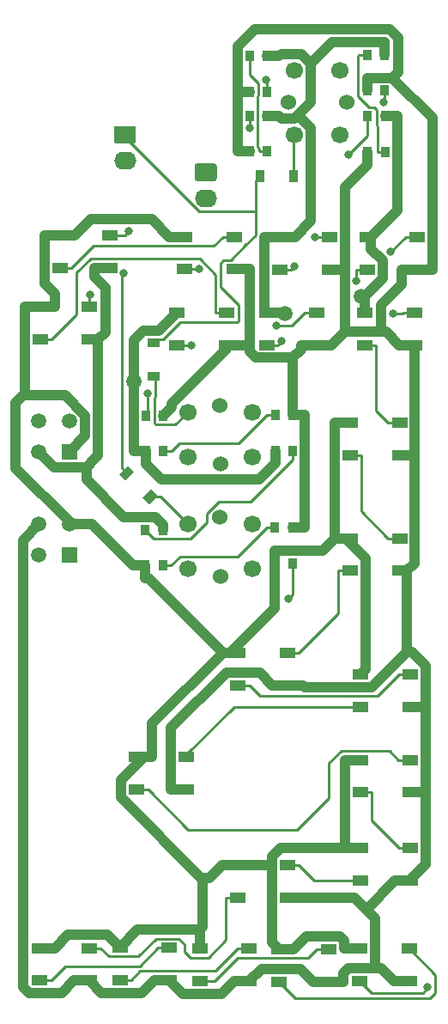
<source format=gbr>
G04 #@! TF.GenerationSoftware,KiCad,Pcbnew,(5.1.6)-1*
G04 #@! TF.CreationDate,2020-11-25T12:38:54+11:00*
G04 #@! TF.ProjectId,MasterModePushbutton,4d617374-6572-44d6-9f64-655075736862,rev?*
G04 #@! TF.SameCoordinates,Original*
G04 #@! TF.FileFunction,Copper,L1,Top*
G04 #@! TF.FilePolarity,Positive*
%FSLAX46Y46*%
G04 Gerber Fmt 4.6, Leading zero omitted, Abs format (unit mm)*
G04 Created by KiCad (PCBNEW (5.1.6)-1) date 2020-11-25 12:38:54*
%MOMM*%
%LPD*%
G01*
G04 APERTURE LIST*
G04 #@! TA.AperFunction,SMDPad,CuDef*
%ADD10R,1.200000X0.900000*%
G04 #@! TD*
G04 #@! TA.AperFunction,SMDPad,CuDef*
%ADD11R,0.900000X1.200000*%
G04 #@! TD*
G04 #@! TA.AperFunction,SMDPad,CuDef*
%ADD12C,0.100000*%
G04 #@! TD*
G04 #@! TA.AperFunction,SMDPad,CuDef*
%ADD13R,0.850000X1.000000*%
G04 #@! TD*
G04 #@! TA.AperFunction,ComponentPad*
%ADD14C,1.520000*%
G04 #@! TD*
G04 #@! TA.AperFunction,ComponentPad*
%ADD15R,1.520000X1.520000*%
G04 #@! TD*
G04 #@! TA.AperFunction,SMDPad,CuDef*
%ADD16R,1.500000X1.000000*%
G04 #@! TD*
G04 #@! TA.AperFunction,ComponentPad*
%ADD17C,1.524000*%
G04 #@! TD*
G04 #@! TA.AperFunction,ComponentPad*
%ADD18C,1.700000*%
G04 #@! TD*
G04 #@! TA.AperFunction,ComponentPad*
%ADD19O,2.190000X1.740000*%
G04 #@! TD*
G04 #@! TA.AperFunction,ViaPad*
%ADD20C,0.800000*%
G04 #@! TD*
G04 #@! TA.AperFunction,ViaPad*
%ADD21C,1.500000*%
G04 #@! TD*
G04 #@! TA.AperFunction,Conductor*
%ADD22C,0.250000*%
G04 #@! TD*
G04 #@! TA.AperFunction,Conductor*
%ADD23C,1.000000*%
G04 #@! TD*
G04 #@! TA.AperFunction,Conductor*
%ADD24C,0.849800*%
G04 #@! TD*
G04 APERTURE END LIST*
D10*
X214789520Y-86998980D03*
X214789520Y-90298980D03*
D11*
X225296960Y-70524540D03*
X228596960Y-70524540D03*
G04 #@! TA.AperFunction,SMDPad,CuDef*
D12*
G36*
X212869196Y-99688568D02*
G01*
X212020668Y-100537096D01*
X211384272Y-99900700D01*
X212232800Y-99052172D01*
X212869196Y-99688568D01*
G37*
G04 #@! TD.AperFunction*
G04 #@! TA.AperFunction,SMDPad,CuDef*
G36*
X215202648Y-102022020D02*
G01*
X214354120Y-102870548D01*
X213717724Y-102234152D01*
X214566252Y-101385624D01*
X215202648Y-102022020D01*
G37*
G04 #@! TD.AperFunction*
D13*
X228516000Y-105198000D03*
X228516000Y-108698000D03*
X226766000Y-105198000D03*
X226766000Y-108698000D03*
X215689000Y-105427000D03*
X215689000Y-108927000D03*
X213939000Y-105427000D03*
X213939000Y-108927000D03*
X228538000Y-94103500D03*
X228538000Y-97603500D03*
X226788000Y-94103500D03*
X226788000Y-97603500D03*
X215737000Y-94179700D03*
X215737000Y-97679700D03*
X213987000Y-94179700D03*
X213987000Y-97679700D03*
D14*
X203468001Y-94705101D03*
X203468001Y-97705100D03*
X206468000Y-94705101D03*
D15*
X206468000Y-97705100D03*
D14*
X203471001Y-104865001D03*
X203471001Y-107865000D03*
X206471000Y-104865001D03*
D15*
X206471000Y-107865000D03*
D13*
X235910000Y-68159700D03*
X235910000Y-64659700D03*
X237660000Y-68159700D03*
X237660000Y-64659700D03*
X235845000Y-62117100D03*
X235845000Y-58617100D03*
X237595000Y-62117100D03*
X237595000Y-58617100D03*
X224251000Y-68108900D03*
X224251000Y-64608900D03*
X226001000Y-68108900D03*
X226001000Y-64608900D03*
X224251000Y-62221300D03*
X224251000Y-58721300D03*
X226001000Y-62221300D03*
X226001000Y-58721300D03*
D16*
X235108000Y-146702000D03*
X235108000Y-149902000D03*
X240008000Y-146702000D03*
X240008000Y-149902000D03*
X227121000Y-146727000D03*
X227121000Y-149927000D03*
X232021000Y-146727000D03*
X232021000Y-149927000D03*
X219321000Y-146676000D03*
X219321000Y-149876000D03*
X224221000Y-146676000D03*
X224221000Y-149876000D03*
X211447000Y-146575000D03*
X211447000Y-149775000D03*
X216347000Y-146575000D03*
X216347000Y-149775000D03*
D17*
X221367000Y-109973000D03*
X221327000Y-104182000D03*
D18*
X224502000Y-109262000D03*
X218152000Y-109262000D03*
X224502000Y-104817000D03*
X218152000Y-104817000D03*
D17*
X221367000Y-98949500D03*
X221327000Y-93158500D03*
D18*
X224502000Y-98238500D03*
X218152000Y-98238500D03*
X224502000Y-93793500D03*
X218152000Y-93793500D03*
D17*
X233850000Y-63262700D03*
X228059000Y-63302700D03*
D18*
X233139000Y-60127700D03*
X233139000Y-66477700D03*
X228694000Y-60127700D03*
X228694000Y-66477700D03*
D19*
X219930000Y-72711500D03*
G04 #@! TA.AperFunction,ComponentPad*
G36*
G01*
X219084999Y-69301500D02*
X220775001Y-69301500D01*
G75*
G02*
X221025000Y-69551499I0J-249999D01*
G01*
X221025000Y-70791501D01*
G75*
G02*
X220775001Y-71041500I-249999J0D01*
G01*
X219084999Y-71041500D01*
G75*
G02*
X218835000Y-70791501I0J249999D01*
G01*
X218835000Y-69551499D01*
G75*
G02*
X219084999Y-69301500I249999J0D01*
G01*
G37*
G04 #@! TD.AperFunction*
X211955000Y-69003100D03*
G04 #@! TA.AperFunction,ComponentPad*
G36*
G01*
X211109999Y-65593100D02*
X212800001Y-65593100D01*
G75*
G02*
X213050000Y-65843099I0J-249999D01*
G01*
X213050000Y-67083101D01*
G75*
G02*
X212800001Y-67333100I-249999J0D01*
G01*
X211109999Y-67333100D01*
G75*
G02*
X210860000Y-67083101I0J249999D01*
G01*
X210860000Y-65843099D01*
G75*
G02*
X211109999Y-65593100I249999J0D01*
G01*
G37*
G04 #@! TD.AperFunction*
D16*
X203550000Y-146625000D03*
X203550000Y-149825000D03*
X208450000Y-146625000D03*
X208450000Y-149825000D03*
X223068000Y-138472000D03*
X223068000Y-141672000D03*
X227968000Y-138472000D03*
X227968000Y-141672000D03*
X235221000Y-136770000D03*
X235221000Y-139970000D03*
X240121000Y-136770000D03*
X240121000Y-139970000D03*
X235170000Y-128083000D03*
X235170000Y-131283000D03*
X240070000Y-128083000D03*
X240070000Y-131283000D03*
X213123000Y-127779000D03*
X213123000Y-130979000D03*
X218023000Y-127779000D03*
X218023000Y-130979000D03*
X235221000Y-119651000D03*
X235221000Y-122851000D03*
X240121000Y-119651000D03*
X240121000Y-122851000D03*
X223108000Y-117517000D03*
X223108000Y-120717000D03*
X228008000Y-117517000D03*
X228008000Y-120717000D03*
X234154000Y-106239000D03*
X234154000Y-109439000D03*
X239054000Y-106239000D03*
X239054000Y-109439000D03*
X234154000Y-94860300D03*
X234154000Y-98060300D03*
X239054000Y-94860300D03*
X239054000Y-98060300D03*
X235616000Y-84014700D03*
X235616000Y-87214700D03*
X240516000Y-84014700D03*
X240516000Y-87214700D03*
X225952000Y-83989100D03*
X225952000Y-87189100D03*
X230852000Y-83989100D03*
X230852000Y-87189100D03*
X217113000Y-84014700D03*
X217113000Y-87214700D03*
X222013000Y-84014700D03*
X222013000Y-87214700D03*
X203573000Y-83430300D03*
X203573000Y-86630300D03*
X208473000Y-83430300D03*
X208473000Y-86630300D03*
X235870000Y-76547100D03*
X235870000Y-79747100D03*
X240770000Y-76547100D03*
X240770000Y-79747100D03*
X227234000Y-76547100D03*
X227234000Y-79747100D03*
X232134000Y-76547100D03*
X232134000Y-79747100D03*
X217836000Y-76521500D03*
X217836000Y-79721500D03*
X222736000Y-76521500D03*
X222736000Y-79721500D03*
X205542000Y-76394700D03*
X205542000Y-79594700D03*
X210442000Y-76394700D03*
X210442000Y-79594700D03*
D20*
X230683400Y-76593800D03*
X219258000Y-79721500D03*
X238141500Y-77995800D03*
X228661000Y-79445400D03*
X208538000Y-82258300D03*
X234814300Y-80878800D03*
X226929300Y-85289800D03*
X218521900Y-87214700D03*
X238422000Y-84098000D03*
X227370500Y-86815200D03*
X237464900Y-63272000D03*
X224251100Y-65771100D03*
X233995300Y-68458200D03*
X212350400Y-76001100D03*
X211856400Y-80081900D03*
X228087690Y-112171650D03*
X225873000Y-61067100D03*
D21*
X235301700Y-82396700D03*
X212811700Y-90814700D03*
X227758800Y-84133100D03*
D20*
X241827820Y-150486280D03*
X214174840Y-91967220D03*
D22*
X222736000Y-76521500D02*
X221610700Y-76521500D01*
X205542000Y-79594700D02*
X206667300Y-79594700D01*
X206667300Y-79594700D02*
X208865200Y-77396800D01*
X208865200Y-77396800D02*
X220735400Y-77396800D01*
X220735400Y-77396800D02*
X221610700Y-76521500D01*
X217836000Y-79721500D02*
X219258000Y-79721500D01*
X230683400Y-76593800D02*
X230962000Y-76593800D01*
X230962000Y-76593800D02*
X231008700Y-76547100D01*
X232134000Y-76547100D02*
X231008700Y-76547100D01*
X228359300Y-79747100D02*
X228661000Y-79445400D01*
X239644700Y-76547100D02*
X238196000Y-77995800D01*
X238196000Y-77995800D02*
X238141500Y-77995800D01*
X227234000Y-79747100D02*
X228359300Y-79747100D01*
X240770000Y-76547100D02*
X239644700Y-76547100D01*
X234744700Y-79747100D02*
X234744700Y-80809200D01*
X234744700Y-80809200D02*
X234814300Y-80878800D01*
X235870000Y-79747100D02*
X234744700Y-79747100D01*
X208473000Y-83430300D02*
X208473000Y-82323300D01*
X208473000Y-82323300D02*
X208538000Y-82258300D01*
X222013000Y-84014700D02*
X220887700Y-84014700D01*
X203573000Y-86630300D02*
X204698300Y-86630300D01*
X204698300Y-86630300D02*
X207189900Y-84138700D01*
X207189900Y-84138700D02*
X207189900Y-80067300D01*
X207189900Y-80067300D02*
X208569300Y-78687900D01*
X208569300Y-78687900D02*
X219326100Y-78687900D01*
X219326100Y-78687900D02*
X220887700Y-80249500D01*
X220887700Y-80249500D02*
X220887700Y-84014700D01*
X217113000Y-87214700D02*
X218521900Y-87214700D01*
X229726700Y-83989100D02*
X228426000Y-85289800D01*
X228426000Y-85289800D02*
X226929300Y-85289800D01*
X230852000Y-83989100D02*
X229726700Y-83989100D01*
X225952000Y-87189100D02*
X227077300Y-87189100D01*
X240516000Y-84014700D02*
X239390700Y-84014700D01*
X238422000Y-84098000D02*
X239307400Y-84098000D01*
X239307400Y-84098000D02*
X239390700Y-84014700D01*
X227077300Y-87189100D02*
X227077300Y-87108400D01*
X227077300Y-87108400D02*
X227370500Y-86815200D01*
X239054000Y-94860300D02*
X237928700Y-94860300D01*
X235616000Y-87214700D02*
X236741300Y-87214700D01*
X236741300Y-87214700D02*
X236741300Y-93672900D01*
X236741300Y-93672900D02*
X237928700Y-94860300D01*
X239054000Y-106239000D02*
X237928700Y-106239000D01*
X234154000Y-98060300D02*
X235279300Y-98060300D01*
X235279300Y-98060300D02*
X235279300Y-103589600D01*
X235279300Y-103589600D02*
X237928700Y-106239000D01*
X228008000Y-117517000D02*
X229133300Y-117517000D01*
X234154000Y-109439000D02*
X233028700Y-109439000D01*
X233028700Y-109439000D02*
X233028700Y-113621600D01*
X233028700Y-113621600D02*
X229133300Y-117517000D01*
X240121000Y-119651000D02*
X238995700Y-119651000D01*
X223108000Y-120717000D02*
X224233300Y-120717000D01*
X224233300Y-120717000D02*
X225293100Y-121776800D01*
X225293100Y-121776800D02*
X236869900Y-121776800D01*
X236869900Y-121776800D02*
X238995700Y-119651000D01*
X235221000Y-122851000D02*
X222736400Y-122851000D01*
X222736400Y-122851000D02*
X218023000Y-127564400D01*
X218023000Y-127564400D02*
X218023000Y-127779000D01*
X240070000Y-128083000D02*
X238944700Y-128083000D01*
X213123000Y-130979000D02*
X214248300Y-130979000D01*
X214248300Y-130979000D02*
X218214200Y-134944900D01*
X218214200Y-134944900D02*
X228964600Y-134944900D01*
X228964600Y-134944900D02*
X232100400Y-131809100D01*
X232100400Y-131809100D02*
X232100400Y-128405600D01*
X232100400Y-128405600D02*
X233298300Y-127207700D01*
X233298300Y-127207700D02*
X238069400Y-127207700D01*
X238069400Y-127207700D02*
X238944700Y-128083000D01*
X240121000Y-136770000D02*
X238995700Y-136770000D01*
X235170000Y-131283000D02*
X236295300Y-131283000D01*
X236295300Y-131283000D02*
X236295300Y-134069600D01*
X236295300Y-134069600D02*
X238995700Y-136770000D01*
X227968000Y-138472000D02*
X229093300Y-138472000D01*
X235221000Y-139970000D02*
X230591300Y-139970000D01*
X230591300Y-139970000D02*
X229093300Y-138472000D01*
X208450000Y-146625000D02*
X209575300Y-146625000D01*
X223068000Y-141672000D02*
X221942700Y-141672000D01*
X221942700Y-141672000D02*
X221942700Y-145840600D01*
X221942700Y-145840600D02*
X220231900Y-147551400D01*
X220231900Y-147551400D02*
X218415700Y-147551400D01*
X218415700Y-147551400D02*
X217834000Y-146969700D01*
X217834000Y-146969700D02*
X217834000Y-146255200D01*
X217834000Y-146255200D02*
X217278400Y-145699600D01*
X217278400Y-145699600D02*
X215033300Y-145699600D01*
X215033300Y-145699600D02*
X213282500Y-147450400D01*
X213282500Y-147450400D02*
X210400700Y-147450400D01*
X210400700Y-147450400D02*
X209575300Y-146625000D01*
X216347000Y-146575000D02*
X215221700Y-146575000D01*
X203550000Y-149825000D02*
X204675300Y-149825000D01*
X204675300Y-149825000D02*
X206101000Y-148399300D01*
X206101000Y-148399300D02*
X213397400Y-148399300D01*
X213397400Y-148399300D02*
X215221700Y-146575000D01*
X224221000Y-146676000D02*
X223095700Y-146676000D01*
X211447000Y-149775000D02*
X212572300Y-149775000D01*
X212572300Y-149775000D02*
X213447600Y-148899700D01*
X213447600Y-148899700D02*
X220872000Y-148899700D01*
X220872000Y-148899700D02*
X223095700Y-146676000D01*
X232021000Y-146727000D02*
X230895700Y-146727000D01*
X219321000Y-149876000D02*
X220792700Y-149876000D01*
X220792700Y-149876000D02*
X223066400Y-147602300D01*
X223066400Y-147602300D02*
X230020400Y-147602300D01*
X230020400Y-147602300D02*
X230895700Y-146727000D01*
X228777220Y-151583220D02*
X227121000Y-149927000D01*
X242046600Y-151583220D02*
X228777220Y-151583220D01*
X242602821Y-151026999D02*
X242046600Y-151583220D01*
X242602821Y-149296821D02*
X242602821Y-151026999D01*
X240008000Y-146702000D02*
X242602821Y-149296821D01*
X225200700Y-68108900D02*
X225200700Y-67820700D01*
X225200700Y-67820700D02*
X225051400Y-67671400D01*
X225051400Y-67671400D02*
X225051400Y-62658900D01*
X225051400Y-62658900D02*
X225144600Y-62565700D01*
X225144600Y-62565700D02*
X225144600Y-61435200D01*
X225144600Y-61435200D02*
X224251000Y-60541600D01*
X224251000Y-60541600D02*
X224251000Y-58721300D01*
X226001000Y-68108900D02*
X225200700Y-68108900D01*
X224251000Y-65484200D02*
X224251100Y-65484200D01*
X224251100Y-65484200D02*
X224251100Y-65771100D01*
X224251000Y-64608900D02*
X224251000Y-65484200D01*
X237464900Y-63272000D02*
X237464900Y-63122500D01*
X237464900Y-63122500D02*
X237595000Y-62992400D01*
X237595000Y-62117100D02*
X237595000Y-62992400D01*
X233995300Y-68458200D02*
X235910000Y-66543500D01*
X235910000Y-66543500D02*
X235910000Y-64659700D01*
X210442000Y-76394700D02*
X211956800Y-76394700D01*
X211956800Y-76394700D02*
X212350400Y-76001100D01*
X211856400Y-80081900D02*
X211653600Y-80284700D01*
X211653600Y-80284700D02*
X211653600Y-99351980D01*
X211684080Y-99351980D02*
X212126734Y-99794634D01*
X211653600Y-99351980D02*
X211684080Y-99351980D01*
X215463086Y-102128086D02*
X214460186Y-102128086D01*
X218152000Y-104817000D02*
X215463086Y-102128086D01*
X224858690Y-70962810D02*
X225296960Y-70524540D01*
X223889380Y-77330160D02*
X224858690Y-76360850D01*
X223861400Y-77235600D02*
X223766840Y-77330160D01*
X223766840Y-77330160D02*
X223889380Y-77330160D01*
X224858690Y-74032890D02*
X224858690Y-70962810D01*
X224858690Y-76360850D02*
X224858690Y-74032890D01*
X211955000Y-66725300D02*
X219257200Y-74027500D01*
X211955000Y-66463100D02*
X211955000Y-66725300D01*
X224853300Y-74027500D02*
X224858690Y-74032890D01*
X219257200Y-74027500D02*
X224853300Y-74027500D01*
X222993342Y-84959360D02*
X217405790Y-84959360D01*
X223138001Y-84814701D02*
X222993342Y-84959360D01*
X223138001Y-83214699D02*
X223138001Y-84814701D01*
X221387710Y-79144788D02*
X221387710Y-81464408D01*
X223889380Y-77330160D02*
X222373041Y-78846499D01*
X222373041Y-78846499D02*
X221685999Y-78846499D01*
X221685999Y-78846499D02*
X221387710Y-79144788D01*
X217405790Y-84959360D02*
X215691162Y-86673988D01*
X221387710Y-81464408D02*
X223138001Y-83214699D01*
X215114512Y-86673988D02*
X214789520Y-86998980D01*
X215691162Y-86673988D02*
X215114512Y-86673988D01*
X228694000Y-66477700D02*
X228719000Y-66502700D01*
X228596960Y-66574740D02*
X228694000Y-66477700D01*
X228596960Y-70524540D02*
X228596960Y-66574740D01*
X214949841Y-90459301D02*
X214789520Y-90298980D01*
X214861990Y-94904692D02*
X214861990Y-92427072D01*
X214949841Y-92339221D02*
X214949841Y-90459301D01*
X215011999Y-95054701D02*
X214861990Y-94904692D01*
X216890799Y-95054701D02*
X215011999Y-95054701D01*
X214861990Y-92427072D02*
X214949841Y-92339221D01*
X218152000Y-93793500D02*
X216890799Y-95054701D01*
X228516000Y-108698000D02*
X228516000Y-111743340D01*
X228516000Y-111743340D02*
X228087690Y-112171650D01*
X228087690Y-112171650D02*
X228086420Y-112172920D01*
X226001000Y-61346000D02*
X225873000Y-61218000D01*
X225873000Y-61218000D02*
X225873000Y-61067100D01*
X226001000Y-62221300D02*
X226001000Y-61346000D01*
X235044700Y-58617100D02*
X234941500Y-58720300D01*
X234941500Y-58720300D02*
X234941500Y-62672300D01*
X234941500Y-62672300D02*
X236050300Y-63781100D01*
X236050300Y-63781100D02*
X236553700Y-63781100D01*
X236553700Y-63781100D02*
X236784700Y-64012100D01*
X236784700Y-64012100D02*
X236784700Y-65574300D01*
X236784700Y-65574300D02*
X236859700Y-65649300D01*
X236859700Y-65649300D02*
X236859700Y-68159700D01*
X237660000Y-68159700D02*
X236859700Y-68159700D01*
X235845000Y-58617100D02*
X235044700Y-58617100D01*
D23*
X241621300Y-122851000D02*
X241621300Y-131232000D01*
X241621300Y-131232000D02*
X241570300Y-131283000D01*
X239804200Y-117423400D02*
X240258600Y-117423400D01*
X240258600Y-117423400D02*
X241621300Y-118786100D01*
X241621300Y-118786100D02*
X241621300Y-122851000D01*
X239804200Y-117423400D02*
X239804200Y-109439000D01*
X229508300Y-120717000D02*
X229692700Y-120901400D01*
X229692700Y-120901400D02*
X236326200Y-120901400D01*
X236326200Y-120901400D02*
X239804200Y-117423400D01*
X240121000Y-122851000D02*
X241621300Y-122851000D01*
X240070000Y-131283000D02*
X241570300Y-131283000D01*
X239996100Y-139970000D02*
X241621400Y-138344700D01*
X241621400Y-138344700D02*
X241621400Y-131334100D01*
X241621400Y-131334100D02*
X241570300Y-131283000D01*
X239996100Y-139970000D02*
X239871200Y-139970000D01*
X240121000Y-139970000D02*
X239996100Y-139970000D01*
X239683500Y-139970000D02*
X239871200Y-139970000D01*
X239683500Y-139970000D02*
X238620700Y-139970000D01*
X236622300Y-148635400D02*
X237241100Y-148635400D01*
X237241100Y-148635400D02*
X238507700Y-149902000D01*
X233521300Y-149927000D02*
X233521300Y-149145600D01*
X233521300Y-149145600D02*
X234031500Y-148635400D01*
X234031500Y-148635400D02*
X236622300Y-148635400D01*
X236622300Y-148635400D02*
X236622300Y-143719700D01*
X236622300Y-143719700D02*
X235746700Y-142844000D01*
X235746700Y-142844000D02*
X234574600Y-141672000D01*
X234574600Y-141672000D02*
X229468300Y-141672000D01*
X235746700Y-142844000D02*
X238620700Y-139970000D01*
X227968000Y-141672000D02*
X229468300Y-141672000D01*
X228008000Y-120717000D02*
X229508300Y-120717000D01*
X228008000Y-120717000D02*
X226507700Y-120717000D01*
X226507700Y-120717000D02*
X225257400Y-119466700D01*
X225257400Y-119466700D02*
X221992800Y-119466700D01*
X221992800Y-119466700D02*
X216522700Y-124936800D01*
X216522700Y-124936800D02*
X216522700Y-130979000D01*
X239804200Y-109439000D02*
X240554300Y-108688900D01*
X240554300Y-108688900D02*
X240554300Y-98060300D01*
X237264300Y-85907100D02*
X233634300Y-85907100D01*
X239015700Y-87214700D02*
X237708100Y-85907100D01*
X237708100Y-85907100D02*
X237264300Y-85907100D01*
X237264300Y-85907100D02*
X237264300Y-83252800D01*
X237264300Y-83252800D02*
X239269700Y-81247400D01*
X239269700Y-81247400D02*
X239269700Y-79747100D01*
X240770000Y-79747100D02*
X239269700Y-79747100D01*
X233634300Y-85907100D02*
X232352300Y-87189100D01*
X233634300Y-79747100D02*
X233634300Y-85907100D01*
X240516000Y-87214700D02*
X239015700Y-87214700D01*
X240554300Y-98060300D02*
X240554300Y-87253000D01*
X240554300Y-87253000D02*
X240516000Y-87214700D01*
X228516000Y-105198000D02*
X229691300Y-105198000D01*
X218023000Y-130979000D02*
X216522700Y-130979000D01*
X208450000Y-149825000D02*
X206949700Y-149825000D01*
X203471000Y-104865000D02*
X201905300Y-106430700D01*
X201905300Y-106430700D02*
X201905300Y-150503700D01*
X201905300Y-150503700D02*
X202476900Y-151075300D01*
X202476900Y-151075300D02*
X205699400Y-151075300D01*
X205699400Y-151075300D02*
X206949700Y-149825000D01*
X240770000Y-79747100D02*
X242270300Y-79747100D01*
X242270300Y-79747100D02*
X242270300Y-64778400D01*
X242270300Y-64778400D02*
X238358600Y-60866700D01*
X235845000Y-62117100D02*
X235845000Y-60866800D01*
X238358600Y-60866700D02*
X235845100Y-60866700D01*
X235845100Y-60866700D02*
X235845000Y-60866800D01*
X238358600Y-60866700D02*
X238884100Y-60341200D01*
X238884100Y-60341200D02*
X238884100Y-56881900D01*
X238884100Y-56881900D02*
X238100200Y-56098000D01*
X238100200Y-56098000D02*
X224778700Y-56098000D01*
X224778700Y-56098000D02*
X223075700Y-57801000D01*
X223075700Y-57801000D02*
X223075700Y-62221300D01*
X223075700Y-68108900D02*
X223075700Y-62221300D01*
X239054000Y-98060300D02*
X240554300Y-98060300D01*
X224251000Y-68108900D02*
X223075700Y-68108900D01*
X224251000Y-62221300D02*
X223075700Y-62221300D01*
X233634300Y-79747100D02*
X233634300Y-71685700D01*
X233634300Y-71685700D02*
X235910000Y-69410000D01*
X210442000Y-79594700D02*
X208941700Y-79594700D01*
X208941700Y-79594700D02*
X208941700Y-80454200D01*
X208941700Y-80454200D02*
X210023500Y-81536000D01*
X210023500Y-81536000D02*
X210023500Y-85932700D01*
X210023500Y-85932700D02*
X209325900Y-86630300D01*
X215689000Y-105183600D02*
X215689000Y-105427000D01*
X203468000Y-97705100D02*
X204978400Y-99215500D01*
X204978400Y-99215500D02*
X208156300Y-99215500D01*
X208156300Y-99215500D02*
X208938600Y-98433200D01*
X209325900Y-86630300D02*
X209325900Y-98045900D01*
X209325900Y-98045900D02*
X208938600Y-98433200D01*
X208473000Y-86630300D02*
X209325900Y-86630300D01*
X228538000Y-94103500D02*
X229713300Y-94103500D01*
X229713300Y-94103500D02*
X229713300Y-105176000D01*
X229713300Y-105176000D02*
X229691300Y-105198000D01*
X228538000Y-88439500D02*
X228538000Y-94103500D01*
X228538000Y-88439500D02*
X229351700Y-87625800D01*
X229351700Y-87625800D02*
X229351700Y-87189100D01*
X224236300Y-87214700D02*
X224236300Y-87819200D01*
X224236300Y-87819200D02*
X224856600Y-88439500D01*
X224856600Y-88439500D02*
X228538000Y-88439500D01*
X224236300Y-79721500D02*
X224236300Y-87214700D01*
X224236300Y-87214700D02*
X223513300Y-87214700D01*
X222013000Y-87214700D02*
X223513300Y-87214700D01*
X230852000Y-87189100D02*
X229351700Y-87189100D01*
X222013000Y-87214700D02*
X222013000Y-87530900D01*
X222013000Y-87530900D02*
X216575100Y-92968800D01*
X230852000Y-87189100D02*
X232352300Y-87189100D01*
X232021000Y-149927000D02*
X233521300Y-149927000D01*
X216347000Y-149775000D02*
X214846700Y-149775000D01*
X208450000Y-149825000D02*
X209650300Y-151025300D01*
X209650300Y-151025300D02*
X213596400Y-151025300D01*
X213596400Y-151025300D02*
X214846700Y-149775000D01*
X224221000Y-149876000D02*
X222720700Y-149876000D01*
X222720700Y-149876000D02*
X221470400Y-151126300D01*
X221470400Y-151126300D02*
X217698300Y-151126300D01*
X217698300Y-151126300D02*
X216347000Y-149775000D01*
X230520700Y-149927000D02*
X229270400Y-148676700D01*
X229270400Y-148676700D02*
X225420300Y-148676700D01*
X225420300Y-148676700D02*
X224221000Y-149876000D01*
X216551600Y-93341700D02*
X215737000Y-94156300D01*
X215737000Y-94156300D02*
X215737000Y-94179700D01*
D24*
X216575100Y-92968800D02*
X216575100Y-93318200D01*
X216575100Y-93318200D02*
X216551600Y-93341700D01*
D23*
X232021000Y-149927000D02*
X230520700Y-149927000D01*
X239054000Y-109439000D02*
X239804200Y-109439000D01*
X240008000Y-149902000D02*
X238507700Y-149902000D01*
X222736000Y-79721500D02*
X224236300Y-79721500D01*
X235910000Y-68159700D02*
X235910000Y-69410000D01*
X232134000Y-79747100D02*
X233634300Y-79747100D01*
X215689000Y-105427000D02*
X215689000Y-104901998D01*
X214964001Y-104176999D02*
X211868521Y-104176999D01*
X215689000Y-104901998D02*
X214964001Y-104176999D01*
X208156300Y-100464778D02*
X208156300Y-99215500D01*
X211868521Y-104176999D02*
X208156300Y-100464778D01*
X233716500Y-106239000D02*
X235701200Y-108223700D01*
X235701200Y-108223700D02*
X235701200Y-119170800D01*
X235701200Y-119170800D02*
X235221000Y-119651000D01*
X233716500Y-106239000D02*
X232653700Y-106239000D01*
X234154000Y-106239000D02*
X233716500Y-106239000D01*
X232653700Y-106239000D02*
X232653700Y-94860300D01*
X226766000Y-107447700D02*
X231445000Y-107447700D01*
X231445000Y-107447700D02*
X232653700Y-106239000D01*
X236246000Y-76547100D02*
X236246000Y-77727000D01*
X236246000Y-77727000D02*
X237385300Y-78866300D01*
X237385300Y-78866300D02*
X237385300Y-80613500D01*
X237385300Y-80613500D02*
X235602100Y-82396700D01*
X235602100Y-82396700D02*
X235301700Y-82396700D01*
X237660000Y-64659700D02*
X238835300Y-64659700D01*
X236246000Y-76547100D02*
X238835300Y-73957800D01*
X238835300Y-73957800D02*
X238835300Y-64659700D01*
X235870000Y-76547100D02*
X236246000Y-76547100D01*
X235301700Y-82396700D02*
X235616000Y-82711000D01*
X235616000Y-82711000D02*
X235616000Y-84014700D01*
X227234000Y-76547100D02*
X228734300Y-76547100D01*
X229012800Y-64525600D02*
X228692300Y-64846100D01*
X228692300Y-64846100D02*
X227413500Y-64846100D01*
X227413500Y-64846100D02*
X227176300Y-64608900D01*
X230297400Y-59444300D02*
X230297400Y-63241000D01*
X230297400Y-63241000D02*
X229012800Y-64525600D01*
X228734300Y-76547100D02*
X230294400Y-74987000D01*
X230294400Y-74987000D02*
X230294400Y-65807200D01*
X230294400Y-65807200D02*
X229012800Y-64525600D01*
X227234000Y-76547100D02*
X226859000Y-76547100D01*
X206471000Y-104865000D02*
X206471000Y-104602100D01*
X206471000Y-104602100D02*
X201188500Y-99319600D01*
X201188500Y-99319600D02*
X201188500Y-92919800D01*
X201188500Y-92919800D02*
X201962100Y-92146200D01*
X201962100Y-92146200D02*
X202072700Y-92146200D01*
X219321000Y-144823900D02*
X213198100Y-144823900D01*
X213198100Y-144823900D02*
X211447000Y-146575000D01*
X219639900Y-139855300D02*
X219639800Y-139855400D01*
X219639800Y-139855400D02*
X219639800Y-144505100D01*
X219639800Y-144505100D02*
X219321000Y-144823900D01*
X219321000Y-144823900D02*
X219321000Y-146676000D01*
X205050300Y-146625000D02*
X206356900Y-145318400D01*
X206356900Y-145318400D02*
X210190400Y-145318400D01*
X210190400Y-145318400D02*
X211447000Y-146575000D01*
X221567700Y-138472000D02*
X220301900Y-139737800D01*
X220301900Y-139737800D02*
X219757400Y-139737800D01*
X219757400Y-139737800D02*
X219639900Y-139855300D01*
X219639900Y-139855300D02*
X211564100Y-131779600D01*
X211564100Y-131779600D02*
X211564100Y-130088100D01*
X211564100Y-130088100D02*
X213873200Y-127779000D01*
X202072700Y-92146200D02*
X206047500Y-92146200D01*
X206047500Y-92146200D02*
X208053300Y-94152000D01*
X208053300Y-94152000D02*
X208053300Y-96119800D01*
X208053300Y-96119800D02*
X206468000Y-97705100D01*
X202072700Y-83430300D02*
X202072700Y-92146200D01*
X212811700Y-97679700D02*
X212811700Y-90814700D01*
X226788000Y-97603500D02*
X226788000Y-98853800D01*
X213987000Y-97679700D02*
X213987000Y-98930000D01*
X213987000Y-97679700D02*
X212811700Y-97679700D01*
X213987000Y-98930000D02*
X215520400Y-100463400D01*
X215520400Y-100463400D02*
X225178400Y-100463400D01*
X225178400Y-100463400D02*
X226788000Y-98853800D01*
X216335700Y-76521500D02*
X214631900Y-74817700D01*
X214631900Y-74817700D02*
X208619300Y-74817700D01*
X208619300Y-74817700D02*
X207042300Y-76394700D01*
X226859000Y-76547100D02*
X225733700Y-76547100D01*
X203550000Y-146625000D02*
X205050300Y-146625000D01*
X213873200Y-127779000D02*
X214623300Y-127779000D01*
X213123000Y-127779000D02*
X213873200Y-127779000D01*
X227121000Y-146727000D02*
X228621300Y-146727000D01*
X235108000Y-146702000D02*
X233607700Y-146702000D01*
X233607700Y-146702000D02*
X233607700Y-145936100D01*
X233607700Y-145936100D02*
X233148300Y-145476700D01*
X233148300Y-145476700D02*
X229871600Y-145476700D01*
X229871600Y-145476700D02*
X228621300Y-146727000D01*
X226467600Y-138472000D02*
X226467600Y-146073600D01*
X226467600Y-146073600D02*
X227121000Y-146727000D01*
X233669700Y-136719000D02*
X227344000Y-136719000D01*
X227344000Y-136719000D02*
X226467600Y-137595400D01*
X226467600Y-137595400D02*
X226467600Y-138472000D01*
X226467600Y-138472000D02*
X224568300Y-138472000D01*
X206471000Y-104865000D02*
X208701700Y-104865000D01*
X208701700Y-104865000D02*
X212763700Y-108927000D01*
X213939000Y-108927000D02*
X212763700Y-108927000D01*
X227452300Y-83989100D02*
X227596300Y-84133100D01*
X227596300Y-84133100D02*
X227758800Y-84133100D01*
X223068000Y-138472000D02*
X224568300Y-138472000D01*
X233669700Y-136719000D02*
X233720700Y-136770000D01*
X233669700Y-128083000D02*
X233669700Y-136719000D01*
X235221000Y-136770000D02*
X233720700Y-136770000D01*
X235170000Y-128083000D02*
X233669700Y-128083000D01*
X223068000Y-138472000D02*
X221567700Y-138472000D01*
X205542000Y-76394700D02*
X207042300Y-76394700D01*
X217836000Y-76521500D02*
X216335700Y-76521500D01*
X203573000Y-83430300D02*
X205073300Y-83430300D01*
X205542000Y-76394700D02*
X204041700Y-76394700D01*
X204041700Y-76394700D02*
X204041700Y-81148400D01*
X204041700Y-81148400D02*
X205073300Y-82180000D01*
X205073300Y-82180000D02*
X205073300Y-83430300D01*
X226766000Y-108698000D02*
X226766000Y-107447700D01*
X213939000Y-108927000D02*
X213939000Y-110177300D01*
X221607700Y-117517000D02*
X214268000Y-110177300D01*
X214268000Y-110177300D02*
X213939000Y-110177300D01*
X221607700Y-117517000D02*
X214623300Y-124501400D01*
X214623300Y-124501400D02*
X214623300Y-127779000D01*
X225733700Y-76547100D02*
X225733700Y-83770800D01*
X225733700Y-83770800D02*
X225952000Y-83989100D01*
X225952000Y-83989100D02*
X227452300Y-83989100D01*
X226766000Y-108698000D02*
X226766000Y-109948300D01*
X222357900Y-117517000D02*
X226765900Y-113109000D01*
X226765900Y-113109000D02*
X226765900Y-109948300D01*
X226765900Y-109948300D02*
X226766000Y-109948300D01*
X222357900Y-117517000D02*
X221607700Y-117517000D01*
X223108000Y-117517000D02*
X222357900Y-117517000D01*
X203573000Y-83430300D02*
X202072700Y-83430300D01*
X237595000Y-58617100D02*
X237595000Y-57366800D01*
X227176300Y-58721300D02*
X227373300Y-58524300D01*
X227373300Y-58524300D02*
X229377400Y-58524300D01*
X229377400Y-58524300D02*
X230297400Y-59444300D01*
X237595000Y-57366800D02*
X232374900Y-57366800D01*
X232374900Y-57366800D02*
X230297400Y-59444300D01*
X226001000Y-58721300D02*
X227176300Y-58721300D01*
X234154000Y-94860300D02*
X232653700Y-94860300D01*
X226001000Y-64608900D02*
X227176300Y-64608900D01*
X215328721Y-85798979D02*
X213734001Y-85798979D01*
X212811700Y-86721280D02*
X212811700Y-90814700D01*
X213734001Y-85798979D02*
X212811700Y-86721280D01*
X217113000Y-84014700D02*
X215328721Y-85798979D01*
D22*
X226788000Y-94103500D02*
X225987700Y-94103500D01*
X215737000Y-97679700D02*
X216537300Y-97679700D01*
X216537300Y-97679700D02*
X217337600Y-96879400D01*
X217337600Y-96879400D02*
X223211800Y-96879400D01*
X223211800Y-96879400D02*
X225987700Y-94103500D01*
X228538000Y-97603500D02*
X228538000Y-98478800D01*
X228538000Y-98478800D02*
X224355900Y-102660900D01*
X224355900Y-102660900D02*
X221223200Y-102660900D01*
X221223200Y-102660900D02*
X220043300Y-103840800D01*
X220043300Y-103840800D02*
X220043300Y-104665300D01*
X220043300Y-104665300D02*
X218406200Y-106302400D01*
X218406200Y-106302400D02*
X214814400Y-106302400D01*
X214814400Y-106302400D02*
X213939000Y-105427000D01*
X226766000Y-105198000D02*
X225965700Y-105198000D01*
X215689000Y-108927000D02*
X216489300Y-108927000D01*
X216489300Y-108927000D02*
X217379700Y-108036600D01*
X217379700Y-108036600D02*
X223127100Y-108036600D01*
X223127100Y-108036600D02*
X225965700Y-105198000D01*
X235108000Y-149902000D02*
X235108000Y-150038220D01*
X241340410Y-151083210D02*
X241827820Y-150486280D01*
X235108000Y-149902000D02*
X236289210Y-151083210D01*
X236289210Y-151083210D02*
X241340410Y-151083210D01*
X241827820Y-150486280D02*
X241873540Y-150550080D01*
X214174840Y-93991860D02*
X213987000Y-94179700D01*
X214174840Y-91967220D02*
X214174840Y-93991860D01*
M02*

</source>
